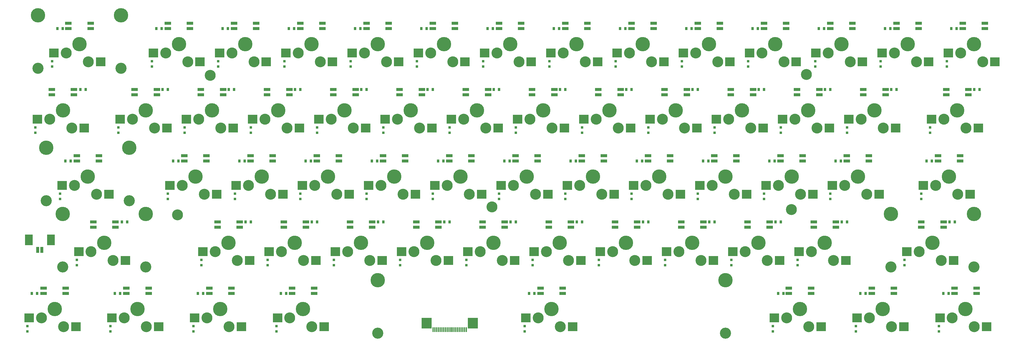
<source format=gts>
G04*
G04 #@! TF.GenerationSoftware,Altium Limited,Altium Designer,23.0.1 (38)*
G04*
G04 Layer_Color=8388736*
%FSLAX25Y25*%
%MOIN*%
G70*
G04*
G04 #@! TF.SameCoordinates,CCA6865F-30B2-4D87-9598-07B13718A7D6*
G04*
G04*
G04 #@! TF.FilePolarity,Negative*
G04*
G01*
G75*
%ADD16R,0.10630X0.10433*%
%ADD17R,0.02559X0.02953*%
%ADD18R,0.07677X0.03819*%
%ADD19R,0.03150X0.03543*%
%ADD20R,0.03740X0.06890*%
%ADD21R,0.08858X0.12402*%
%ADD22R,0.01772X0.05315*%
%ADD23R,0.11221X0.12402*%
%ADD24C,0.16291*%
%ADD25C,0.12402*%
%ADD26C,0.12591*%
D16*
X205403Y27503D02*
D03*
X258356Y17503D02*
D03*
X111652Y27503D02*
D03*
X164604Y17503D02*
D03*
X739776Y102503D02*
D03*
X792729Y92503D02*
D03*
X1058526Y327503D02*
D03*
X1111479Y317503D02*
D03*
X983526Y327503D02*
D03*
X1036479Y317503D02*
D03*
X908526Y327503D02*
D03*
X961479Y317503D02*
D03*
X833526Y327503D02*
D03*
X886479Y317503D02*
D03*
X758526Y327503D02*
D03*
X811479Y317503D02*
D03*
X683529Y327503D02*
D03*
X736482Y317503D02*
D03*
X608530Y327503D02*
D03*
X661482Y317503D02*
D03*
X533526Y327503D02*
D03*
X586478Y317503D02*
D03*
X458526Y327503D02*
D03*
X511478Y317503D02*
D03*
X383526Y327503D02*
D03*
X436478Y317503D02*
D03*
X308526Y327503D02*
D03*
X361478Y317503D02*
D03*
X233526Y327503D02*
D03*
X286478Y317503D02*
D03*
X158526Y327503D02*
D03*
X211478Y317503D02*
D03*
X98978Y317503D02*
D03*
X46026Y327503D02*
D03*
X27276Y252503D02*
D03*
X80228Y242503D02*
D03*
X121026Y252503D02*
D03*
X173978Y242503D02*
D03*
X196026Y252503D02*
D03*
X248978Y242503D02*
D03*
X271026Y252503D02*
D03*
X323978Y242503D02*
D03*
X346026Y252503D02*
D03*
X398978Y242503D02*
D03*
X421026Y252503D02*
D03*
X473978Y242503D02*
D03*
X496026Y252503D02*
D03*
X548978Y242503D02*
D03*
X571026Y252503D02*
D03*
X623978Y242503D02*
D03*
X646026Y252503D02*
D03*
X698978Y242503D02*
D03*
X721026Y252503D02*
D03*
X773979Y242503D02*
D03*
X796026Y252503D02*
D03*
X848979Y242503D02*
D03*
X871026Y252503D02*
D03*
X923979Y242503D02*
D03*
X946026Y252503D02*
D03*
X998979Y242503D02*
D03*
X1039776Y252503D02*
D03*
X1092729Y242503D02*
D03*
X108356Y167503D02*
D03*
X55404Y177503D02*
D03*
X127106Y92502D02*
D03*
X74154Y102502D02*
D03*
X177276Y177503D02*
D03*
X230228Y167503D02*
D03*
X252276Y177503D02*
D03*
X305228Y167503D02*
D03*
X327276Y177503D02*
D03*
X380228Y167503D02*
D03*
X402276Y177503D02*
D03*
X455228Y167503D02*
D03*
X477276Y177503D02*
D03*
X530228Y167503D02*
D03*
X552276Y177503D02*
D03*
X605228Y167503D02*
D03*
X627276Y177503D02*
D03*
X680228Y167503D02*
D03*
X702275Y177503D02*
D03*
X755228Y167503D02*
D03*
X777276Y177503D02*
D03*
X830229Y167503D02*
D03*
X852276Y177503D02*
D03*
X905229Y167503D02*
D03*
X927276Y177503D02*
D03*
X980229Y167503D02*
D03*
X1030404Y177503D02*
D03*
X1083356Y167503D02*
D03*
X1064604Y92502D02*
D03*
X1011651Y102502D02*
D03*
X889776Y102503D02*
D03*
X942729Y92503D02*
D03*
X814776Y102503D02*
D03*
X867729Y92503D02*
D03*
X664776Y102503D02*
D03*
X717728Y92503D02*
D03*
X589776Y102503D02*
D03*
X642728Y92503D02*
D03*
X514776Y102503D02*
D03*
X567728Y92503D02*
D03*
X439776Y102503D02*
D03*
X492728Y92503D02*
D03*
X364776Y102503D02*
D03*
X417728Y92503D02*
D03*
X289776Y102503D02*
D03*
X342728Y92503D02*
D03*
X214776Y102503D02*
D03*
X267728Y92503D02*
D03*
X17903Y27503D02*
D03*
X70856Y17503D02*
D03*
X299152Y27503D02*
D03*
X352104Y17503D02*
D03*
X580404Y27503D02*
D03*
X633356Y17503D02*
D03*
X861651Y27503D02*
D03*
X914604Y17503D02*
D03*
X955404Y27503D02*
D03*
X1008357Y17503D02*
D03*
X1049151Y27503D02*
D03*
X1102104Y17503D02*
D03*
D17*
X550000Y162043D02*
D03*
Y167957D02*
D03*
X16000Y12043D02*
D03*
Y17957D02*
D03*
X110000Y12000D02*
D03*
Y17913D02*
D03*
X204000Y12043D02*
D03*
Y17957D02*
D03*
X298000Y12043D02*
D03*
Y17957D02*
D03*
X579000Y12000D02*
D03*
Y17913D02*
D03*
X860000Y12000D02*
D03*
Y17913D02*
D03*
X954000Y12043D02*
D03*
Y17957D02*
D03*
X1048000Y12043D02*
D03*
Y17957D02*
D03*
X72000Y87043D02*
D03*
Y92957D02*
D03*
X213000Y87000D02*
D03*
Y92913D02*
D03*
X288000Y87000D02*
D03*
Y92913D02*
D03*
X363000Y87043D02*
D03*
Y92957D02*
D03*
X438000Y87043D02*
D03*
Y92957D02*
D03*
X513000Y87043D02*
D03*
Y92957D02*
D03*
X588000Y87000D02*
D03*
Y92913D02*
D03*
X663000Y87043D02*
D03*
Y92957D02*
D03*
X738000Y87043D02*
D03*
Y92957D02*
D03*
X813000Y87000D02*
D03*
Y92913D02*
D03*
X888000Y87043D02*
D03*
Y92957D02*
D03*
X1009000Y87000D02*
D03*
Y92913D02*
D03*
X53000Y162043D02*
D03*
Y167957D02*
D03*
X175000Y162043D02*
D03*
Y167957D02*
D03*
X251000Y162043D02*
D03*
Y167957D02*
D03*
X325000Y162043D02*
D03*
Y167957D02*
D03*
X400000Y162043D02*
D03*
Y167957D02*
D03*
X475000Y162043D02*
D03*
Y167957D02*
D03*
X625000Y162043D02*
D03*
Y167957D02*
D03*
X700000Y162043D02*
D03*
Y167957D02*
D03*
X775000Y162043D02*
D03*
Y167957D02*
D03*
X850000Y162043D02*
D03*
Y167957D02*
D03*
X925000Y162043D02*
D03*
Y167957D02*
D03*
X1028000Y162043D02*
D03*
Y167957D02*
D03*
X25000Y237043D02*
D03*
Y242957D02*
D03*
X119000Y237043D02*
D03*
Y242957D02*
D03*
X194000Y237043D02*
D03*
Y242957D02*
D03*
X269000Y237043D02*
D03*
Y242957D02*
D03*
X344000Y237043D02*
D03*
Y242957D02*
D03*
X419000Y237043D02*
D03*
Y242957D02*
D03*
X494000Y237043D02*
D03*
Y242957D02*
D03*
X569000Y237043D02*
D03*
Y242957D02*
D03*
X644000Y237043D02*
D03*
Y242957D02*
D03*
X719000Y237043D02*
D03*
Y242957D02*
D03*
X794000Y237043D02*
D03*
Y242957D02*
D03*
X869000Y237043D02*
D03*
Y242957D02*
D03*
X944000Y237043D02*
D03*
Y242957D02*
D03*
X1038000Y237043D02*
D03*
Y242957D02*
D03*
X44000Y312043D02*
D03*
Y317957D02*
D03*
X157000Y312043D02*
D03*
Y317957D02*
D03*
X232000Y312043D02*
D03*
Y317957D02*
D03*
X307000Y312043D02*
D03*
Y317957D02*
D03*
X382000Y312043D02*
D03*
Y317957D02*
D03*
X457000Y312043D02*
D03*
Y317957D02*
D03*
X532000Y312043D02*
D03*
Y317957D02*
D03*
X607000Y312043D02*
D03*
Y317957D02*
D03*
X682000Y312043D02*
D03*
Y317957D02*
D03*
X757000Y312043D02*
D03*
Y317957D02*
D03*
X832000Y312043D02*
D03*
Y317957D02*
D03*
X908000Y312043D02*
D03*
Y317957D02*
D03*
X982000Y312043D02*
D03*
Y317957D02*
D03*
X1057000Y312043D02*
D03*
Y317957D02*
D03*
D18*
X59419Y55061D02*
D03*
Y60966D02*
D03*
X34341Y55061D02*
D03*
Y60966D02*
D03*
X153167Y55061D02*
D03*
Y60966D02*
D03*
X128089Y55061D02*
D03*
Y60966D02*
D03*
X246919Y55061D02*
D03*
Y60966D02*
D03*
X221841Y55061D02*
D03*
Y60966D02*
D03*
X340667Y55061D02*
D03*
Y60966D02*
D03*
X315589Y55061D02*
D03*
Y60966D02*
D03*
X621919Y55061D02*
D03*
Y60966D02*
D03*
X596841Y55061D02*
D03*
Y60966D02*
D03*
X903167Y55061D02*
D03*
Y60966D02*
D03*
X878088Y55061D02*
D03*
Y60966D02*
D03*
X996920Y55061D02*
D03*
Y60966D02*
D03*
X971841Y55061D02*
D03*
Y60966D02*
D03*
X1090667Y55061D02*
D03*
Y60966D02*
D03*
X1065588Y55061D02*
D03*
Y60966D02*
D03*
X1028088Y135966D02*
D03*
Y130060D02*
D03*
X1053167Y135966D02*
D03*
Y130060D02*
D03*
X906213Y135966D02*
D03*
Y130060D02*
D03*
X931292Y135966D02*
D03*
Y130060D02*
D03*
X831213Y135966D02*
D03*
Y130060D02*
D03*
X856292Y135966D02*
D03*
Y130060D02*
D03*
X756213Y135966D02*
D03*
Y130060D02*
D03*
X781292Y135966D02*
D03*
Y130060D02*
D03*
X681213Y135966D02*
D03*
Y130060D02*
D03*
X706291Y135966D02*
D03*
Y130060D02*
D03*
X606213Y135966D02*
D03*
Y130060D02*
D03*
X631291Y135966D02*
D03*
Y130060D02*
D03*
X531213Y135966D02*
D03*
Y130060D02*
D03*
X556291Y135966D02*
D03*
Y130060D02*
D03*
X456213Y135966D02*
D03*
Y130060D02*
D03*
X481291Y135966D02*
D03*
Y130060D02*
D03*
X381213Y135966D02*
D03*
Y130060D02*
D03*
X406291Y135966D02*
D03*
Y130060D02*
D03*
X306213Y135966D02*
D03*
Y130060D02*
D03*
X331291Y135966D02*
D03*
Y130060D02*
D03*
X231213Y135966D02*
D03*
Y130060D02*
D03*
X256291Y135966D02*
D03*
Y130060D02*
D03*
X90591Y135966D02*
D03*
Y130060D02*
D03*
X115669Y135966D02*
D03*
Y130060D02*
D03*
X96919Y205061D02*
D03*
Y210966D02*
D03*
X71841Y205061D02*
D03*
Y210966D02*
D03*
X218791Y205061D02*
D03*
Y210966D02*
D03*
X193713Y205061D02*
D03*
Y210966D02*
D03*
X293791Y205061D02*
D03*
Y210966D02*
D03*
X268713Y205061D02*
D03*
Y210966D02*
D03*
X368791Y205061D02*
D03*
Y210966D02*
D03*
X343713Y205061D02*
D03*
Y210966D02*
D03*
X443791Y205061D02*
D03*
Y210966D02*
D03*
X418713Y205061D02*
D03*
Y210966D02*
D03*
X518791Y205061D02*
D03*
Y210966D02*
D03*
X493713Y205061D02*
D03*
Y210966D02*
D03*
X593791Y205061D02*
D03*
Y210966D02*
D03*
X568713Y205061D02*
D03*
Y210966D02*
D03*
X668791Y205061D02*
D03*
Y210966D02*
D03*
X643713Y205061D02*
D03*
Y210966D02*
D03*
X743791Y205061D02*
D03*
Y210966D02*
D03*
X718712Y205061D02*
D03*
Y210966D02*
D03*
X818792Y205061D02*
D03*
Y210966D02*
D03*
X793713Y205061D02*
D03*
Y210966D02*
D03*
X893792Y205061D02*
D03*
Y210966D02*
D03*
X868713Y205061D02*
D03*
Y210966D02*
D03*
X968792Y205061D02*
D03*
Y210966D02*
D03*
X943713Y205061D02*
D03*
Y210966D02*
D03*
X1071919Y205061D02*
D03*
Y210966D02*
D03*
X1046841Y205061D02*
D03*
Y210966D02*
D03*
X1056213Y285966D02*
D03*
Y280061D02*
D03*
X1081292Y285966D02*
D03*
Y280061D02*
D03*
X962463Y285966D02*
D03*
Y280061D02*
D03*
X987542Y285966D02*
D03*
Y280061D02*
D03*
X887463Y285966D02*
D03*
Y280061D02*
D03*
X912542Y285966D02*
D03*
Y280061D02*
D03*
X812463Y285966D02*
D03*
Y280061D02*
D03*
X837542Y285966D02*
D03*
Y280061D02*
D03*
X737463Y285966D02*
D03*
Y280061D02*
D03*
X762542Y285966D02*
D03*
Y280061D02*
D03*
X662463Y285966D02*
D03*
Y280061D02*
D03*
X687541Y285966D02*
D03*
Y280061D02*
D03*
X587463Y285966D02*
D03*
Y280061D02*
D03*
X612541Y285966D02*
D03*
Y280061D02*
D03*
X512463Y285966D02*
D03*
Y280061D02*
D03*
X537541Y285966D02*
D03*
Y280061D02*
D03*
X437463Y285966D02*
D03*
Y280061D02*
D03*
X462541Y285966D02*
D03*
Y280061D02*
D03*
X362463Y285966D02*
D03*
Y280061D02*
D03*
X387541Y285966D02*
D03*
Y280061D02*
D03*
X287463Y285966D02*
D03*
Y280061D02*
D03*
X312541Y285966D02*
D03*
Y280061D02*
D03*
X212463Y285966D02*
D03*
Y280061D02*
D03*
X237541Y285966D02*
D03*
Y280061D02*
D03*
X137463Y285966D02*
D03*
Y280061D02*
D03*
X162541Y285966D02*
D03*
Y280061D02*
D03*
X43713Y285966D02*
D03*
Y280061D02*
D03*
X68792Y285966D02*
D03*
Y280061D02*
D03*
X87541Y355047D02*
D03*
Y360953D02*
D03*
X62463Y355047D02*
D03*
Y360953D02*
D03*
X200041Y355047D02*
D03*
Y360953D02*
D03*
X174963Y355047D02*
D03*
Y360953D02*
D03*
X275041Y355047D02*
D03*
Y360953D02*
D03*
X249963Y355047D02*
D03*
Y360953D02*
D03*
X350041Y355047D02*
D03*
Y360953D02*
D03*
X324963Y355047D02*
D03*
Y360953D02*
D03*
X425041Y355047D02*
D03*
Y360953D02*
D03*
X399963Y355047D02*
D03*
Y360953D02*
D03*
X500041Y355047D02*
D03*
Y360953D02*
D03*
X474963Y355047D02*
D03*
Y360953D02*
D03*
X575041Y355047D02*
D03*
Y360953D02*
D03*
X549963Y355047D02*
D03*
Y360953D02*
D03*
X650045Y355047D02*
D03*
Y360953D02*
D03*
X624967Y355047D02*
D03*
Y360953D02*
D03*
X725045Y355047D02*
D03*
Y360953D02*
D03*
X699966Y355047D02*
D03*
Y360953D02*
D03*
X800042Y355047D02*
D03*
Y360953D02*
D03*
X774963Y355047D02*
D03*
Y360953D02*
D03*
X875042Y355047D02*
D03*
Y360953D02*
D03*
X849963Y355047D02*
D03*
Y360953D02*
D03*
X950042Y355047D02*
D03*
Y360953D02*
D03*
X924963Y355047D02*
D03*
Y360953D02*
D03*
X1025042Y355047D02*
D03*
Y360953D02*
D03*
X999963Y355047D02*
D03*
Y360953D02*
D03*
X1100039Y355047D02*
D03*
Y360953D02*
D03*
X1074961Y355047D02*
D03*
Y360953D02*
D03*
D19*
X406047Y205000D02*
D03*
X411953D02*
D03*
X1062047Y355000D02*
D03*
X1067953D02*
D03*
X987047D02*
D03*
X992953D02*
D03*
X912047D02*
D03*
X917953D02*
D03*
X837047D02*
D03*
X842953D02*
D03*
X762047D02*
D03*
X767953D02*
D03*
X687047D02*
D03*
X692953D02*
D03*
X612047D02*
D03*
X617953D02*
D03*
X537047D02*
D03*
X542953D02*
D03*
X462047D02*
D03*
X467953D02*
D03*
X387047D02*
D03*
X392953D02*
D03*
X312047D02*
D03*
X317953D02*
D03*
X237047D02*
D03*
X242953D02*
D03*
X162047D02*
D03*
X167953D02*
D03*
X50047D02*
D03*
X55953D02*
D03*
X81953Y286000D02*
D03*
X76047D02*
D03*
X174953D02*
D03*
X169047D02*
D03*
X249953D02*
D03*
X244047D02*
D03*
X324953D02*
D03*
X319047D02*
D03*
X399953D02*
D03*
X394047D02*
D03*
X474953D02*
D03*
X469047D02*
D03*
X549953D02*
D03*
X544047D02*
D03*
X624953D02*
D03*
X619047D02*
D03*
X699953D02*
D03*
X694047D02*
D03*
X774953D02*
D03*
X769047D02*
D03*
X849953D02*
D03*
X844047D02*
D03*
X924953D02*
D03*
X919047D02*
D03*
X999953D02*
D03*
X994047D02*
D03*
X1093953D02*
D03*
X1088047D02*
D03*
X59047Y205000D02*
D03*
X64953D02*
D03*
X181047D02*
D03*
X186953D02*
D03*
X256047D02*
D03*
X261953D02*
D03*
X331047D02*
D03*
X336953D02*
D03*
X481047D02*
D03*
X486953D02*
D03*
X556047D02*
D03*
X561953D02*
D03*
X631047D02*
D03*
X636953D02*
D03*
X706047D02*
D03*
X711953D02*
D03*
X781047D02*
D03*
X786953D02*
D03*
X856047D02*
D03*
X861953D02*
D03*
X931047D02*
D03*
X936953D02*
D03*
X1034047D02*
D03*
X1039953D02*
D03*
X1065953Y136000D02*
D03*
X1060047D02*
D03*
X943953D02*
D03*
X938047D02*
D03*
X868953D02*
D03*
X863047D02*
D03*
X793953D02*
D03*
X788047D02*
D03*
X718953D02*
D03*
X713047D02*
D03*
X643953D02*
D03*
X638047D02*
D03*
X568953D02*
D03*
X563047D02*
D03*
X493953D02*
D03*
X488047D02*
D03*
X418953D02*
D03*
X413047D02*
D03*
X343953D02*
D03*
X338047D02*
D03*
X268953D02*
D03*
X263047D02*
D03*
X129000D02*
D03*
X123094D02*
D03*
X21047Y55000D02*
D03*
X26953D02*
D03*
X115047D02*
D03*
X120953D02*
D03*
X209047D02*
D03*
X214953D02*
D03*
X303047D02*
D03*
X308953D02*
D03*
X584047D02*
D03*
X589953D02*
D03*
X866047D02*
D03*
X871953D02*
D03*
X959047D02*
D03*
X964953D02*
D03*
X1053047D02*
D03*
X1058953D02*
D03*
D20*
X32461Y104291D02*
D03*
X27539D02*
D03*
D21*
X42500Y115709D02*
D03*
X17500D02*
D03*
D22*
X481378Y14000D02*
D03*
X483347D02*
D03*
X485315D02*
D03*
X487284D02*
D03*
X489252D02*
D03*
X491221D02*
D03*
X497126D02*
D03*
X499094D02*
D03*
X505000D02*
D03*
X506968D02*
D03*
X508937D02*
D03*
X510906D02*
D03*
X512874D02*
D03*
X503031D02*
D03*
X501063D02*
D03*
X495157D02*
D03*
X493189D02*
D03*
X479410D02*
D03*
X477441D02*
D03*
X475472D02*
D03*
D23*
X520472Y21323D02*
D03*
X467874D02*
D03*
D24*
X234380Y37503D02*
D03*
X140628D02*
D03*
X768753Y112503D02*
D03*
X1087502Y337503D02*
D03*
X1012503D02*
D03*
X937503D02*
D03*
X862503D02*
D03*
X787503D02*
D03*
X712505D02*
D03*
X637506D02*
D03*
X562502D02*
D03*
X487502D02*
D03*
X412502D02*
D03*
X337502D02*
D03*
X262502D02*
D03*
X187502D02*
D03*
X28002Y370003D02*
D03*
X122002D02*
D03*
X75002Y337503D02*
D03*
X56252Y262503D02*
D03*
X150002D02*
D03*
X225002D02*
D03*
X300002D02*
D03*
X375002D02*
D03*
X450002D02*
D03*
X525002D02*
D03*
X600002D02*
D03*
X675002D02*
D03*
X750003D02*
D03*
X825003D02*
D03*
X900003D02*
D03*
X975003D02*
D03*
X1068752D02*
D03*
X37380Y220003D02*
D03*
X131380D02*
D03*
X84380Y187503D02*
D03*
X56130Y145002D02*
D03*
X150130D02*
D03*
X103130Y112502D02*
D03*
X206252Y187503D02*
D03*
X281252D02*
D03*
X356252D02*
D03*
X431252D02*
D03*
X506252D02*
D03*
X581252D02*
D03*
X656252D02*
D03*
X731252D02*
D03*
X806253D02*
D03*
X881253D02*
D03*
X956253D02*
D03*
X1059380D02*
D03*
X993627Y145002D02*
D03*
X1087627D02*
D03*
X1040627Y112502D02*
D03*
X918753Y112503D02*
D03*
X843753D02*
D03*
X693752D02*
D03*
X618752D02*
D03*
X543752D02*
D03*
X468752D02*
D03*
X393752D02*
D03*
X318752D02*
D03*
X243752D02*
D03*
X46880Y37503D02*
D03*
X328128D02*
D03*
X412530Y70003D02*
D03*
X609380Y37503D02*
D03*
X806230Y70003D02*
D03*
X890627Y37503D02*
D03*
X984380D02*
D03*
X1078127D02*
D03*
D25*
X244380Y17503D02*
D03*
X219380Y27503D02*
D03*
X150628Y17503D02*
D03*
X125628Y27503D02*
D03*
X778753Y92503D02*
D03*
X753753Y102503D02*
D03*
X542000Y153000D02*
D03*
X881000Y150000D02*
D03*
X186000Y144000D02*
D03*
X223000Y302000D02*
D03*
X898000Y303000D02*
D03*
X1097502Y317503D02*
D03*
X1072502Y327503D02*
D03*
X1022503Y317503D02*
D03*
X997503Y327503D02*
D03*
X947503Y317503D02*
D03*
X922503Y327503D02*
D03*
X872503Y317503D02*
D03*
X847503Y327503D02*
D03*
X797503Y317503D02*
D03*
X772503Y327503D02*
D03*
X722505Y317503D02*
D03*
X697505Y327503D02*
D03*
X647506Y317503D02*
D03*
X622506Y327503D02*
D03*
X572502Y317503D02*
D03*
X547502Y327503D02*
D03*
X497502Y317503D02*
D03*
X472502Y327503D02*
D03*
X422502Y317503D02*
D03*
X397502Y327503D02*
D03*
X347502Y317503D02*
D03*
X322502Y327503D02*
D03*
X272502Y317503D02*
D03*
X247502Y327503D02*
D03*
X197502Y317503D02*
D03*
X172502Y327503D02*
D03*
X60002Y327503D02*
D03*
X85002Y317503D02*
D03*
X66252Y242503D02*
D03*
X41252Y252503D02*
D03*
X160002Y242503D02*
D03*
X135002Y252503D02*
D03*
X235002Y242503D02*
D03*
X210002Y252503D02*
D03*
X310002Y242503D02*
D03*
X285002Y252503D02*
D03*
X385002Y242503D02*
D03*
X360002Y252503D02*
D03*
X460002Y242503D02*
D03*
X435002Y252503D02*
D03*
X535002Y242503D02*
D03*
X510002Y252503D02*
D03*
X610002Y242503D02*
D03*
X585002Y252503D02*
D03*
X685002Y242503D02*
D03*
X660002Y252503D02*
D03*
X760003Y242503D02*
D03*
X735003Y252503D02*
D03*
X835003Y242503D02*
D03*
X810003Y252503D02*
D03*
X910003Y242503D02*
D03*
X885003Y252503D02*
D03*
X985003Y242503D02*
D03*
X960003Y252503D02*
D03*
X1078752Y242503D02*
D03*
X1053752Y252503D02*
D03*
X69380Y177503D02*
D03*
X94380Y167503D02*
D03*
X88130Y102502D02*
D03*
X113130Y92502D02*
D03*
X216252Y167503D02*
D03*
X191252Y177503D02*
D03*
X291252Y167503D02*
D03*
X266252Y177503D02*
D03*
X366252Y167503D02*
D03*
X341252Y177503D02*
D03*
X441252Y167503D02*
D03*
X416252Y177503D02*
D03*
X516252Y167503D02*
D03*
X491252Y177503D02*
D03*
X591252Y167503D02*
D03*
X566252Y177503D02*
D03*
X666252Y167503D02*
D03*
X641252Y177503D02*
D03*
X741252Y167503D02*
D03*
X716252Y177503D02*
D03*
X816253Y167503D02*
D03*
X791253Y177503D02*
D03*
X891253Y167503D02*
D03*
X866253Y177503D02*
D03*
X966253Y167503D02*
D03*
X941253Y177503D02*
D03*
X1069380Y167503D02*
D03*
X1044380Y177503D02*
D03*
X1025627Y102502D02*
D03*
X1050627Y92502D02*
D03*
X928753Y92503D02*
D03*
X903753Y102503D02*
D03*
X853753Y92503D02*
D03*
X828753Y102503D02*
D03*
X703752Y92503D02*
D03*
X678752Y102503D02*
D03*
X628752Y92503D02*
D03*
X603752Y102503D02*
D03*
X553752Y92503D02*
D03*
X528752Y102503D02*
D03*
X478752Y92503D02*
D03*
X453752Y102503D02*
D03*
X403752Y92503D02*
D03*
X378752Y102503D02*
D03*
X328752Y92503D02*
D03*
X303752Y102503D02*
D03*
X253752Y92503D02*
D03*
X228752Y102503D02*
D03*
X56880Y17503D02*
D03*
X31880Y27503D02*
D03*
X338128Y17503D02*
D03*
X313128Y27503D02*
D03*
X619380Y17503D02*
D03*
X594380Y27503D02*
D03*
X900627Y17503D02*
D03*
X875627Y27503D02*
D03*
X994380Y17503D02*
D03*
X969380Y27503D02*
D03*
X1088127Y17503D02*
D03*
X1063127Y27503D02*
D03*
D26*
X28002Y310003D02*
D03*
X122002D02*
D03*
X37380Y160003D02*
D03*
X131380D02*
D03*
X56130Y85002D02*
D03*
X150130D02*
D03*
X993627D02*
D03*
X1087627D02*
D03*
X806230Y10003D02*
D03*
X412530D02*
D03*
M02*

</source>
